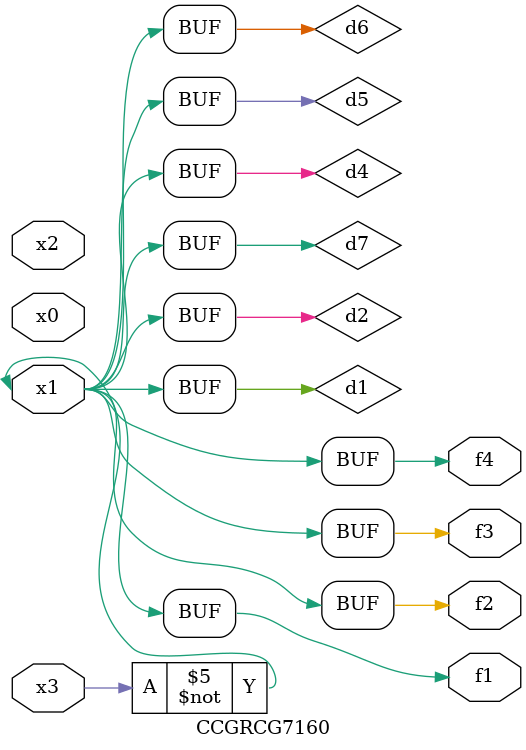
<source format=v>
module CCGRCG7160(
	input x0, x1, x2, x3,
	output f1, f2, f3, f4
);

	wire d1, d2, d3, d4, d5, d6, d7;

	not (d1, x3);
	buf (d2, x1);
	xnor (d3, d1, d2);
	nor (d4, d1);
	buf (d5, d1, d2);
	buf (d6, d4, d5);
	nand (d7, d4);
	assign f1 = d6;
	assign f2 = d7;
	assign f3 = d6;
	assign f4 = d6;
endmodule

</source>
